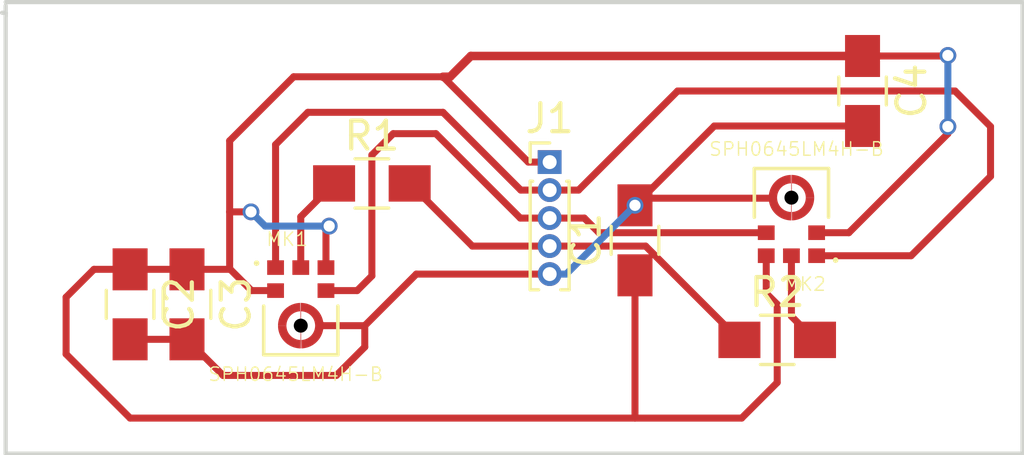
<source format=kicad_pcb>
(kicad_pcb (version 4) (host pcbnew 4.0.7-e1-6374~58~ubuntu17.04.1)

  (general
    (links 22)
    (no_connects 0)
    (area 154.178 101.346 181.018002 116.510936)
    (thickness 1.6)
    (drawings 6)
    (tracks 89)
    (zones 0)
    (modules 9)
    (nets 8)
  )

  (page A4)
  (layers
    (0 F.Cu signal)
    (31 B.Cu signal)
    (32 B.Adhes user)
    (33 F.Adhes user)
    (34 B.Paste user)
    (35 F.Paste user)
    (36 B.SilkS user)
    (37 F.SilkS user)
    (38 B.Mask user)
    (39 F.Mask user)
    (40 Dwgs.User user)
    (41 Cmts.User user)
    (42 Eco1.User user)
    (43 Eco2.User user)
    (44 Edge.Cuts user)
    (45 Margin user)
    (46 B.CrtYd user)
    (47 F.CrtYd user)
    (48 B.Fab user)
    (49 F.Fab user)
  )

  (setup
    (last_trace_width 0.3048)
    (trace_clearance 0.3556)
    (zone_clearance 0.508)
    (zone_45_only no)
    (trace_min 0.3048)
    (segment_width 0.2)
    (edge_width 0.15)
    (via_size 1.2)
    (via_drill 0.8)
    (via_min_size 1.2)
    (via_min_drill 0.8)
    (uvia_size 0.508)
    (uvia_drill 0.127)
    (uvias_allowed no)
    (uvia_min_size 0.508)
    (uvia_min_drill 0.127)
    (pcb_text_width 0.3)
    (pcb_text_size 1.5 1.5)
    (mod_edge_width 0.15)
    (mod_text_size 1 1)
    (mod_text_width 0.15)
    (pad_size 1.524 1.524)
    (pad_drill 0.762)
    (pad_to_mask_clearance 0.2)
    (aux_axis_origin 0 0)
    (visible_elements FFFFEF7F)
    (pcbplotparams
      (layerselection 0x00030_80000001)
      (usegerberextensions false)
      (excludeedgelayer true)
      (linewidth 0.100000)
      (plotframeref false)
      (viasonmask false)
      (mode 1)
      (useauxorigin false)
      (hpglpennumber 1)
      (hpglpenspeed 20)
      (hpglpendiameter 15)
      (hpglpenoverlay 2)
      (psnegative false)
      (psa4output false)
      (plotreference true)
      (plotvalue true)
      (plotinvisibletext false)
      (padsonsilk false)
      (subtractmaskfromsilk false)
      (outputformat 1)
      (mirror false)
      (drillshape 1)
      (scaleselection 1)
      (outputdirectory ""))
  )

  (net 0 "")
  (net 1 VCC)
  (net 2 GND)
  (net 3 /ws)
  (net 4 /bclk)
  (net 5 /data)
  (net 6 "Net-(MK1-Pad6)")
  (net 7 "Net-(MK2-Pad6)")

  (net_class Default "This is the default net class."
    (clearance 0.3556)
    (trace_width 0.3048)
    (via_dia 1.2)
    (via_drill 0.8)
    (uvia_dia 0.508)
    (uvia_drill 0.127)
    (add_net /bclk)
    (add_net /data)
    (add_net /ws)
    (add_net GND)
    (add_net "Net-(MK1-Pad6)")
    (add_net "Net-(MK2-Pad6)")
    (add_net VCC)
  )

  (module Capacitors_SMD:C_0805_HandSoldering (layer F.Cu) (tedit 58AA84A8) (tstamp 59B9B70F)
    (at 166.878 84.074 90)
    (descr "Capacitor SMD 0805, hand soldering")
    (tags "capacitor 0805")
    (path /59B96C5C)
    (attr smd)
    (fp_text reference C1 (at 0 -1.75 90) (layer F.SilkS)
      (effects (font (size 1 1) (thickness 0.15)))
    )
    (fp_text value C (at 0 1.75 90) (layer F.Fab)
      (effects (font (size 1 1) (thickness 0.15)))
    )
    (fp_text user %R (at 0 -1.75 90) (layer F.Fab)
      (effects (font (size 1 1) (thickness 0.15)))
    )
    (fp_line (start -1 0.62) (end -1 -0.62) (layer F.Fab) (width 0.1))
    (fp_line (start 1 0.62) (end -1 0.62) (layer F.Fab) (width 0.1))
    (fp_line (start 1 -0.62) (end 1 0.62) (layer F.Fab) (width 0.1))
    (fp_line (start -1 -0.62) (end 1 -0.62) (layer F.Fab) (width 0.1))
    (fp_line (start 0.5 -0.85) (end -0.5 -0.85) (layer F.SilkS) (width 0.12))
    (fp_line (start -0.5 0.85) (end 0.5 0.85) (layer F.SilkS) (width 0.12))
    (fp_line (start -2.25 -0.88) (end 2.25 -0.88) (layer F.CrtYd) (width 0.05))
    (fp_line (start -2.25 -0.88) (end -2.25 0.87) (layer F.CrtYd) (width 0.05))
    (fp_line (start 2.25 0.87) (end 2.25 -0.88) (layer F.CrtYd) (width 0.05))
    (fp_line (start 2.25 0.87) (end -2.25 0.87) (layer F.CrtYd) (width 0.05))
    (pad 1 smd rect (at -1.25 0 90) (size 1.5 1.25) (layers F.Cu F.Paste F.Mask)
      (net 1 VCC))
    (pad 2 smd rect (at 1.25 0 90) (size 1.5 1.25) (layers F.Cu F.Paste F.Mask)
      (net 2 GND))
    (model Capacitors_SMD.3dshapes/C_0805.wrl
      (at (xyz 0 0 0))
      (scale (xyz 1 1 1))
      (rotate (xyz 0 0 0))
    )
  )

  (module Capacitors_SMD:C_0805_HandSoldering (layer F.Cu) (tedit 58AA84A8) (tstamp 59B9B720)
    (at 148.844 86.36 270)
    (descr "Capacitor SMD 0805, hand soldering")
    (tags "capacitor 0805")
    (path /59B96D8B)
    (attr smd)
    (fp_text reference C2 (at 0 -1.75 270) (layer F.SilkS)
      (effects (font (size 1 1) (thickness 0.15)))
    )
    (fp_text value C (at 0 1.75 270) (layer F.Fab)
      (effects (font (size 1 1) (thickness 0.15)))
    )
    (fp_text user %R (at 0 -1.75 270) (layer F.Fab)
      (effects (font (size 1 1) (thickness 0.15)))
    )
    (fp_line (start -1 0.62) (end -1 -0.62) (layer F.Fab) (width 0.1))
    (fp_line (start 1 0.62) (end -1 0.62) (layer F.Fab) (width 0.1))
    (fp_line (start 1 -0.62) (end 1 0.62) (layer F.Fab) (width 0.1))
    (fp_line (start -1 -0.62) (end 1 -0.62) (layer F.Fab) (width 0.1))
    (fp_line (start 0.5 -0.85) (end -0.5 -0.85) (layer F.SilkS) (width 0.12))
    (fp_line (start -0.5 0.85) (end 0.5 0.85) (layer F.SilkS) (width 0.12))
    (fp_line (start -2.25 -0.88) (end 2.25 -0.88) (layer F.CrtYd) (width 0.05))
    (fp_line (start -2.25 -0.88) (end -2.25 0.87) (layer F.CrtYd) (width 0.05))
    (fp_line (start 2.25 0.87) (end 2.25 -0.88) (layer F.CrtYd) (width 0.05))
    (fp_line (start 2.25 0.87) (end -2.25 0.87) (layer F.CrtYd) (width 0.05))
    (pad 1 smd rect (at -1.25 0 270) (size 1.5 1.25) (layers F.Cu F.Paste F.Mask)
      (net 1 VCC))
    (pad 2 smd rect (at 1.25 0 270) (size 1.5 1.25) (layers F.Cu F.Paste F.Mask)
      (net 2 GND))
    (model Capacitors_SMD.3dshapes/C_0805.wrl
      (at (xyz 0 0 0))
      (scale (xyz 1 1 1))
      (rotate (xyz 0 0 0))
    )
  )

  (module Capacitors_SMD:C_0805_HandSoldering (layer F.Cu) (tedit 58AA84A8) (tstamp 59B9B731)
    (at 150.876 86.36 270)
    (descr "Capacitor SMD 0805, hand soldering")
    (tags "capacitor 0805")
    (path /59B96D46)
    (attr smd)
    (fp_text reference C3 (at 0 -1.75 270) (layer F.SilkS)
      (effects (font (size 1 1) (thickness 0.15)))
    )
    (fp_text value C (at 0 1.75 270) (layer F.Fab)
      (effects (font (size 1 1) (thickness 0.15)))
    )
    (fp_text user %R (at 0 -1.75 270) (layer F.Fab)
      (effects (font (size 1 1) (thickness 0.15)))
    )
    (fp_line (start -1 0.62) (end -1 -0.62) (layer F.Fab) (width 0.1))
    (fp_line (start 1 0.62) (end -1 0.62) (layer F.Fab) (width 0.1))
    (fp_line (start 1 -0.62) (end 1 0.62) (layer F.Fab) (width 0.1))
    (fp_line (start -1 -0.62) (end 1 -0.62) (layer F.Fab) (width 0.1))
    (fp_line (start 0.5 -0.85) (end -0.5 -0.85) (layer F.SilkS) (width 0.12))
    (fp_line (start -0.5 0.85) (end 0.5 0.85) (layer F.SilkS) (width 0.12))
    (fp_line (start -2.25 -0.88) (end 2.25 -0.88) (layer F.CrtYd) (width 0.05))
    (fp_line (start -2.25 -0.88) (end -2.25 0.87) (layer F.CrtYd) (width 0.05))
    (fp_line (start 2.25 0.87) (end 2.25 -0.88) (layer F.CrtYd) (width 0.05))
    (fp_line (start 2.25 0.87) (end -2.25 0.87) (layer F.CrtYd) (width 0.05))
    (pad 1 smd rect (at -1.25 0 270) (size 1.5 1.25) (layers F.Cu F.Paste F.Mask)
      (net 1 VCC))
    (pad 2 smd rect (at 1.25 0 270) (size 1.5 1.25) (layers F.Cu F.Paste F.Mask)
      (net 2 GND))
    (model Capacitors_SMD.3dshapes/C_0805.wrl
      (at (xyz 0 0 0))
      (scale (xyz 1 1 1))
      (rotate (xyz 0 0 0))
    )
  )

  (module Capacitors_SMD:C_0805_HandSoldering (layer F.Cu) (tedit 58AA84A8) (tstamp 59B9B742)
    (at 175.006 78.74 270)
    (descr "Capacitor SMD 0805, hand soldering")
    (tags "capacitor 0805")
    (path /59B96DD0)
    (attr smd)
    (fp_text reference C4 (at 0 -1.75 270) (layer F.SilkS)
      (effects (font (size 1 1) (thickness 0.15)))
    )
    (fp_text value C (at 0 1.75 270) (layer F.Fab)
      (effects (font (size 1 1) (thickness 0.15)))
    )
    (fp_text user %R (at 0 -1.75 270) (layer F.Fab)
      (effects (font (size 1 1) (thickness 0.15)))
    )
    (fp_line (start -1 0.62) (end -1 -0.62) (layer F.Fab) (width 0.1))
    (fp_line (start 1 0.62) (end -1 0.62) (layer F.Fab) (width 0.1))
    (fp_line (start 1 -0.62) (end 1 0.62) (layer F.Fab) (width 0.1))
    (fp_line (start -1 -0.62) (end 1 -0.62) (layer F.Fab) (width 0.1))
    (fp_line (start 0.5 -0.85) (end -0.5 -0.85) (layer F.SilkS) (width 0.12))
    (fp_line (start -0.5 0.85) (end 0.5 0.85) (layer F.SilkS) (width 0.12))
    (fp_line (start -2.25 -0.88) (end 2.25 -0.88) (layer F.CrtYd) (width 0.05))
    (fp_line (start -2.25 -0.88) (end -2.25 0.87) (layer F.CrtYd) (width 0.05))
    (fp_line (start 2.25 0.87) (end 2.25 -0.88) (layer F.CrtYd) (width 0.05))
    (fp_line (start 2.25 0.87) (end -2.25 0.87) (layer F.CrtYd) (width 0.05))
    (pad 1 smd rect (at -1.25 0 270) (size 1.5 1.25) (layers F.Cu F.Paste F.Mask)
      (net 1 VCC))
    (pad 2 smd rect (at 1.25 0 270) (size 1.5 1.25) (layers F.Cu F.Paste F.Mask)
      (net 2 GND))
    (model Capacitors_SMD.3dshapes/C_0805.wrl
      (at (xyz 0 0 0))
      (scale (xyz 1 1 1))
      (rotate (xyz 0 0 0))
    )
  )

  (module Pin_Headers:Pin_Header_Straight_1x05_Pitch1.00mm (layer F.Cu) (tedit 59899A66) (tstamp 59B9B75D)
    (at 163.83 81.28)
    (descr "Through hole straight pin header, 1x05, 1.00mm pitch, single row")
    (tags "Through hole pin header THT 1x05 1.00mm single row")
    (path /59B97BA7)
    (fp_text reference J1 (at 0 -1.56) (layer F.SilkS)
      (effects (font (size 1 1) (thickness 0.15)))
    )
    (fp_text value Conn_01x05 (at 0 5.56) (layer F.Fab)
      (effects (font (size 1 1) (thickness 0.15)))
    )
    (fp_line (start -0.3175 -0.5) (end 0.635 -0.5) (layer F.Fab) (width 0.1))
    (fp_line (start 0.635 -0.5) (end 0.635 4.5) (layer F.Fab) (width 0.1))
    (fp_line (start 0.635 4.5) (end -0.635 4.5) (layer F.Fab) (width 0.1))
    (fp_line (start -0.635 4.5) (end -0.635 -0.1825) (layer F.Fab) (width 0.1))
    (fp_line (start -0.635 -0.1825) (end -0.3175 -0.5) (layer F.Fab) (width 0.1))
    (fp_line (start -0.695 4.56) (end -0.394493 4.56) (layer F.SilkS) (width 0.12))
    (fp_line (start 0.394493 4.56) (end 0.695 4.56) (layer F.SilkS) (width 0.12))
    (fp_line (start -0.695 0.685) (end -0.695 4.56) (layer F.SilkS) (width 0.12))
    (fp_line (start 0.695 0.685) (end 0.695 4.56) (layer F.SilkS) (width 0.12))
    (fp_line (start -0.695 0.685) (end -0.608276 0.685) (layer F.SilkS) (width 0.12))
    (fp_line (start 0.608276 0.685) (end 0.695 0.685) (layer F.SilkS) (width 0.12))
    (fp_line (start -0.695 0) (end -0.695 -0.685) (layer F.SilkS) (width 0.12))
    (fp_line (start -0.695 -0.685) (end 0 -0.685) (layer F.SilkS) (width 0.12))
    (fp_line (start -1.15 -1) (end -1.15 5) (layer F.CrtYd) (width 0.05))
    (fp_line (start -1.15 5) (end 1.15 5) (layer F.CrtYd) (width 0.05))
    (fp_line (start 1.15 5) (end 1.15 -1) (layer F.CrtYd) (width 0.05))
    (fp_line (start 1.15 -1) (end -1.15 -1) (layer F.CrtYd) (width 0.05))
    (fp_text user %R (at 0 2 90) (layer F.Fab)
      (effects (font (size 0.76 0.76) (thickness 0.114)))
    )
    (pad 1 thru_hole rect (at 0 0) (size 0.85 0.85) (drill 0.5) (layers *.Cu *.Mask)
      (net 1 VCC))
    (pad 2 thru_hole oval (at 0 1) (size 0.85 0.85) (drill 0.5) (layers *.Cu *.Mask)
      (net 3 /ws))
    (pad 3 thru_hole oval (at 0 2) (size 0.85 0.85) (drill 0.5) (layers *.Cu *.Mask)
      (net 4 /bclk))
    (pad 4 thru_hole oval (at 0 3) (size 0.85 0.85) (drill 0.5) (layers *.Cu *.Mask)
      (net 5 /data))
    (pad 5 thru_hole oval (at 0 4) (size 0.85 0.85) (drill 0.5) (layers *.Cu *.Mask)
      (net 2 GND))
    (model ${KISYS3DMOD}/Pin_Headers.3dshapes/Pin_Header_Straight_1x05_Pitch1.00mm.wrl
      (at (xyz 0 0 0))
      (scale (xyz 1 1 1))
      (rotate (xyz 0 0 0))
    )
  )

  (module SPH0645LM4H-B:MIC_SPH0645LM4H-B (layer F.Cu) (tedit 0) (tstamp 59B9B77D)
    (at 154.94 87.122)
    (path /59B96B2A)
    (attr smd)
    (fp_text reference MK1 (at -0.486981 -3.08725) (layer F.SilkS)
      (effects (font (size 0.481161 0.481161) (thickness 0.05)))
    )
    (fp_text value SPH0645LM4H-B (at -0.18114 1.73657) (layer F.SilkS)
      (effects (font (size 0.48038 0.48038) (thickness 0.05)))
    )
    (fp_line (start 1.325 -0.7) (end 1.325 1.04) (layer F.SilkS) (width 0.127))
    (fp_line (start 1.325 1.04) (end -1.325 1.04) (layer F.SilkS) (width 0.127))
    (fp_line (start -1.325 1.04) (end -1.325 -0.7) (layer F.SilkS) (width 0.127))
    (fp_circle (center -1.578 -2.232) (end -1.528 -2.232) (layer F.SilkS) (width 0.1))
    (fp_line (start -1.325 -2.46) (end 1.325 -2.46) (layer Dwgs.User) (width 0.127))
    (fp_line (start 1.325 -2.46) (end 1.325 1.04) (layer Dwgs.User) (width 0.127))
    (fp_line (start 1.325 1.04) (end -1.325 1.04) (layer Dwgs.User) (width 0.127))
    (fp_line (start -1.325 1.04) (end -1.325 -2.46) (layer Dwgs.User) (width 0.127))
    (fp_line (start -1.651 -2.794) (end 1.651 -2.794) (layer Dwgs.User) (width 0.05))
    (fp_line (start 1.651 -2.794) (end 1.651 1.397) (layer Dwgs.User) (width 0.05))
    (fp_line (start 1.651 1.397) (end -1.651 1.397) (layer Dwgs.User) (width 0.05))
    (fp_line (start -1.651 1.397) (end -1.651 -2.794) (layer Dwgs.User) (width 0.05))
    (fp_circle (center 0 0) (end 0.9 0) (layer F.Mask) (width 0))
    (fp_poly (pts (xy 0 -0.5125) (xy 0 -0.8125) (xy 0.021271 0.8125) (xy 0.063765 0.810273)
      (xy 0.106084 0.805826) (xy 0.148112 0.799169) (xy 0.189735 0.790322) (xy 0.230837 0.779309)
      (xy 0.271306 0.76616) (xy 0.311032 0.750911) (xy 0.349906 0.733604) (xy 0.38782 0.714286)
      (xy 0.424671 0.69301) (xy 0.460359 0.669835) (xy 0.494784 0.644823) (xy 0.527854 0.618045)
      (xy 0.559476 0.589572) (xy 0.589565 0.559483) (xy 0.618038 0.527861) (xy 0.644817 0.494792)
      (xy 0.669829 0.460367) (xy 0.693005 0.42468) (xy 0.714281 0.387829) (xy 0.7336 0.349915)
      (xy 0.750907 0.311041) (xy 0.766157 0.271316) (xy 0.779307 0.230846) (xy 0.79032 0.189744)
      (xy 0.799167 0.148122) (xy 0.805824 0.106094) (xy 0.810272 0.063775) (xy 0.8125 0.021281)
      (xy 0.8125 0) (xy 0.5125 0) (xy 0.5125 0.013417) (xy 0.511095 0.040221)
      (xy 0.50829 0.066915) (xy 0.504091 0.093425) (xy 0.498511 0.119679) (xy 0.491564 0.145605)
      (xy 0.48327 0.171132) (xy 0.473652 0.19619) (xy 0.462735 0.22071) (xy 0.45055 0.244625)
      (xy 0.437129 0.26787) (xy 0.422511 0.29038) (xy 0.406735 0.312095) (xy 0.389844 0.332954)
      (xy 0.371884 0.3529) (xy 0.352905 0.37188) (xy 0.332958 0.38984) (xy 0.3121 0.406731)
      (xy 0.290385 0.422508) (xy 0.267875 0.437126) (xy 0.24463 0.450547) (xy 0.220715 0.462732)
      (xy 0.196195 0.473649) (xy 0.171138 0.483268) (xy 0.145611 0.491563) (xy 0.119685 0.49851)
      (xy 0.093431 0.50409) (xy 0.066921 0.508289) (xy 0.040227 0.511095) (xy 0.013423 0.5125)) (layer F.Cu) (width 0.001))
    (fp_poly (pts (xy -0.5125 0) (xy -0.8125 0) (xy -0.8125 0.021271) (xy -0.810273 0.063765)
      (xy -0.805826 0.106084) (xy -0.799169 0.148112) (xy -0.790322 0.189735) (xy -0.779309 0.230837)
      (xy -0.76616 0.271306) (xy -0.750911 0.311032) (xy -0.733604 0.349906) (xy -0.714286 0.38782)
      (xy -0.69301 0.424671) (xy -0.669835 0.460359) (xy -0.644823 0.494784) (xy -0.618045 0.527854)
      (xy -0.589572 0.559476) (xy -0.559483 0.589565) (xy -0.527861 0.618038) (xy -0.494792 0.644817)
      (xy -0.460367 0.669829) (xy -0.42468 0.693005) (xy -0.387829 0.714281) (xy -0.349915 0.7336)
      (xy -0.311041 0.750907) (xy -0.271316 0.766157) (xy -0.230846 0.779307) (xy -0.189744 0.79032)
      (xy -0.148122 0.799167) (xy -0.106094 0.805824) (xy -0.063775 0.810272) (xy -0.021281 0.8125)
      (xy 0 0.8125) (xy 0 -0.5125) (xy -0.013417 0.5125) (xy -0.040221 0.511095)
      (xy -0.066915 0.50829) (xy -0.093425 0.504091) (xy -0.119679 0.498511) (xy -0.145605 0.491564)
      (xy -0.171132 0.48327) (xy -0.19619 0.473652) (xy -0.22071 0.462735) (xy -0.244625 0.45055)
      (xy -0.26787 0.437129) (xy -0.29038 0.422511) (xy -0.312095 0.406735) (xy -0.332954 0.389844)
      (xy -0.3529 0.371884) (xy -0.37188 0.352905) (xy -0.38984 0.332958) (xy -0.406731 0.3121)
      (xy -0.422508 0.290385) (xy -0.437126 0.267875) (xy -0.450547 0.24463) (xy -0.462732 0.220715)
      (xy -0.473649 0.196195) (xy -0.483268 0.171138) (xy -0.491563 0.145611) (xy -0.49851 0.119685)
      (xy -0.50409 0.093431) (xy -0.508289 0.066921) (xy -0.511095 0.040227) (xy -0.5125 0.013423)) (layer F.Cu) (width 0.001))
    (fp_poly (pts (xy 0 0.5125) (xy 0 0.8125) (xy -0.021271 -0.8125) (xy -0.063765 -0.810273)
      (xy -0.106084 -0.805826) (xy -0.148112 -0.799169) (xy -0.189735 -0.790322) (xy -0.230837 -0.779309)
      (xy -0.271306 -0.76616) (xy -0.311032 -0.750911) (xy -0.349906 -0.733604) (xy -0.38782 -0.714286)
      (xy -0.424671 -0.69301) (xy -0.460359 -0.669835) (xy -0.494784 -0.644823) (xy -0.527854 -0.618045)
      (xy -0.559476 -0.589572) (xy -0.589565 -0.559483) (xy -0.618038 -0.527861) (xy -0.644817 -0.494792)
      (xy -0.669829 -0.460367) (xy -0.693005 -0.42468) (xy -0.714281 -0.387829) (xy -0.7336 -0.349915)
      (xy -0.750907 -0.311041) (xy -0.766157 -0.271316) (xy -0.779307 -0.230846) (xy -0.79032 -0.189744)
      (xy -0.799167 -0.148122) (xy -0.805824 -0.106094) (xy -0.810272 -0.063775) (xy -0.8125 -0.021281)
      (xy -0.8125 0) (xy -0.5125 0) (xy -0.5125 -0.013417) (xy -0.511095 -0.040221)
      (xy -0.50829 -0.066915) (xy -0.504091 -0.093425) (xy -0.498511 -0.119679) (xy -0.491564 -0.145605)
      (xy -0.48327 -0.171132) (xy -0.473652 -0.19619) (xy -0.462735 -0.22071) (xy -0.45055 -0.244625)
      (xy -0.437129 -0.26787) (xy -0.422511 -0.29038) (xy -0.406735 -0.312095) (xy -0.389844 -0.332954)
      (xy -0.371884 -0.3529) (xy -0.352905 -0.37188) (xy -0.332958 -0.38984) (xy -0.3121 -0.406731)
      (xy -0.290385 -0.422508) (xy -0.267875 -0.437126) (xy -0.24463 -0.450547) (xy -0.220715 -0.462732)
      (xy -0.196195 -0.473649) (xy -0.171138 -0.483268) (xy -0.145611 -0.491563) (xy -0.119685 -0.49851)
      (xy -0.093431 -0.50409) (xy -0.066921 -0.508289) (xy -0.040227 -0.511095) (xy -0.013423 -0.5125)) (layer F.Cu) (width 0.001))
    (fp_poly (pts (xy 0.5125 0) (xy 0.8125 0) (xy 0.8125 -0.021271) (xy 0.810273 -0.063765)
      (xy 0.805826 -0.106084) (xy 0.799169 -0.148112) (xy 0.790322 -0.189735) (xy 0.779309 -0.230837)
      (xy 0.76616 -0.271306) (xy 0.750911 -0.311032) (xy 0.733604 -0.349906) (xy 0.714286 -0.38782)
      (xy 0.69301 -0.424671) (xy 0.669835 -0.460359) (xy 0.644823 -0.494784) (xy 0.618045 -0.527854)
      (xy 0.589572 -0.559476) (xy 0.559483 -0.589565) (xy 0.527861 -0.618038) (xy 0.494792 -0.644817)
      (xy 0.460367 -0.669829) (xy 0.42468 -0.693005) (xy 0.387829 -0.714281) (xy 0.349915 -0.7336)
      (xy 0.311041 -0.750907) (xy 0.271316 -0.766157) (xy 0.230846 -0.779307) (xy 0.189744 -0.79032)
      (xy 0.148122 -0.799167) (xy 0.106094 -0.805824) (xy 0.063775 -0.810272) (xy 0.021281 -0.8125)
      (xy 0 -0.8125) (xy 0 0.5125) (xy 0.013417 -0.5125) (xy 0.040221 -0.511095)
      (xy 0.066915 -0.50829) (xy 0.093425 -0.504091) (xy 0.119679 -0.498511) (xy 0.145605 -0.491564)
      (xy 0.171132 -0.48327) (xy 0.19619 -0.473652) (xy 0.22071 -0.462735) (xy 0.244625 -0.45055)
      (xy 0.26787 -0.437129) (xy 0.29038 -0.422511) (xy 0.312095 -0.406735) (xy 0.332954 -0.389844)
      (xy 0.3529 -0.371884) (xy 0.37188 -0.352905) (xy 0.38984 -0.332958) (xy 0.406731 -0.3121)
      (xy 0.422508 -0.290385) (xy 0.437126 -0.267875) (xy 0.450547 -0.24463) (xy 0.462732 -0.220715)
      (xy 0.473649 -0.196195) (xy 0.483268 -0.171138) (xy 0.491563 -0.145611) (xy 0.49851 -0.119685)
      (xy 0.50409 -0.093431) (xy 0.508289 -0.066921) (xy 0.511095 -0.040227) (xy 0.5125 -0.013423)) (layer F.Cu) (width 0.001))
    (fp_poly (pts (xy -0.385 -0.53) (xy -0.285 -0.43) (xy -0.23 -0.465) (xy -0.12 -0.505)
      (xy -0.12 -0.51) (xy -0.11 -0.505) (xy -0.005 -0.52) (xy 0.005 -0.523603)
      (xy 0.005 -0.52) (xy 0.125 -0.505) (xy 0.224609 -0.461537) (xy 0.292666 -0.426172)
      (xy 0.39 -0.525) (xy 0.505 -0.635) (xy 0.41 -0.7) (xy 0.31 -0.75)
      (xy 0.22 -0.78) (xy 0.14 -0.8) (xy 0 -0.81) (xy -0.160191 -0.796203)
      (xy -0.31 -0.75) (xy -0.4 -0.705) (xy -0.499766 -0.640309)) (layer F.Paste) (width 0.001))
    (fp_poly (pts (xy -0.53 0.38) (xy -0.425 0.28) (xy -0.46 0.23) (xy -0.5 0.12)
      (xy -0.513603 0) (xy -0.5 -0.12) (xy -0.461537 -0.224609) (xy -0.426172 -0.287666)
      (xy -0.525 -0.385) (xy -0.64 -0.5) (xy -0.705 -0.405) (xy -0.75 -0.31)
      (xy -0.78 -0.22) (xy -0.8 -0.14) (xy -0.81 0) (xy -0.796203 0.160191)
      (xy -0.75 0.31) (xy -0.69 0.425) (xy -0.645309 0.494766)) (layer F.Paste) (width 0.001))
    (fp_poly (pts (xy 0.385 0.53) (xy 0.28 0.425) (xy 0.23 0.46) (xy 0.12 0.5)
      (xy 0 0.513603) (xy -0.12 0.5) (xy -0.224609 0.461537) (xy -0.282666 0.421172)
      (xy -0.38 0.52) (xy -0.5 0.64) (xy -0.405 0.705) (xy -0.31 0.75)
      (xy -0.23 0.78) (xy -0.14 0.8) (xy -0.06 0.81) (xy 0.065 0.81)
      (xy 0.160191 0.796203) (xy 0.235 0.78) (xy 0.31 0.75) (xy 0.405 0.705)
      (xy 0.499766 0.640309)) (layer F.Paste) (width 0.001))
    (fp_poly (pts (xy 0.53 -0.375) (xy 0.435 -0.28) (xy 0.46 -0.23) (xy 0.485 -0.175)
      (xy 0.5 -0.12) (xy 0.51 -0.06) (xy 0.513603 0) (xy 0.5 0.12)
      (xy 0.461537 0.224609) (xy 0.426172 0.282666) (xy 0.525 0.385) (xy 0.64 0.5)
      (xy 0.7 0.41) (xy 0.75 0.31) (xy 0.78 0.23) (xy 0.8 0.14)
      (xy 0.81 0) (xy 0.796203 -0.160191) (xy 0.75 -0.31) (xy 0.7 -0.415)
      (xy 0.645309 -0.489766)) (layer F.Paste) (width 0.001))
    (pad 2 smd rect (at -0.9 -1.252) (size 0.6 0.522) (layers F.Cu F.Paste F.Mask)
      (net 1 VCC))
    (pad 1 smd rect (at -0.9 -2.074) (size 0.6 0.522) (layers F.Cu F.Paste F.Mask)
      (net 3 /ws))
    (pad 6 smd rect (at 0 -2.074) (size 0.6 0.522) (layers F.Cu F.Paste F.Mask)
      (net 6 "Net-(MK1-Pad6)"))
    (pad 5 smd rect (at 0.9 -2.074) (size 0.6 0.522) (layers F.Cu F.Paste F.Mask)
      (net 1 VCC))
    (pad 4 smd rect (at 0.9 -1.252) (size 0.6 0.522) (layers F.Cu F.Paste F.Mask)
      (net 4 /bclk))
    (pad 3 smd rect (at 0.65 -0.02) (size 0.1 0.1) (layers F.Cu F.Paste F.Mask)
      (net 2 GND))
    (pad Hole np_thru_hole circle (at 0 0) (size 0.5 0.5) (drill 0.5) (layers))
  )

  (module SPH0645LM4H-B:MIC_SPH0645LM4H-B (layer F.Cu) (tedit 0) (tstamp 59B9B79D)
    (at 172.466 82.55 180)
    (path /59B96BB8)
    (attr smd)
    (fp_text reference MK2 (at -0.486981 -3.08725 180) (layer F.SilkS)
      (effects (font (size 0.481161 0.481161) (thickness 0.05)))
    )
    (fp_text value SPH0645LM4H-B (at -0.18114 1.73657 180) (layer F.SilkS)
      (effects (font (size 0.48038 0.48038) (thickness 0.05)))
    )
    (fp_line (start 1.325 -0.7) (end 1.325 1.04) (layer F.SilkS) (width 0.127))
    (fp_line (start 1.325 1.04) (end -1.325 1.04) (layer F.SilkS) (width 0.127))
    (fp_line (start -1.325 1.04) (end -1.325 -0.7) (layer F.SilkS) (width 0.127))
    (fp_circle (center -1.578 -2.232) (end -1.528 -2.232) (layer F.SilkS) (width 0.1))
    (fp_line (start -1.325 -2.46) (end 1.325 -2.46) (layer Dwgs.User) (width 0.127))
    (fp_line (start 1.325 -2.46) (end 1.325 1.04) (layer Dwgs.User) (width 0.127))
    (fp_line (start 1.325 1.04) (end -1.325 1.04) (layer Dwgs.User) (width 0.127))
    (fp_line (start -1.325 1.04) (end -1.325 -2.46) (layer Dwgs.User) (width 0.127))
    (fp_line (start -1.651 -2.794) (end 1.651 -2.794) (layer Dwgs.User) (width 0.05))
    (fp_line (start 1.651 -2.794) (end 1.651 1.397) (layer Dwgs.User) (width 0.05))
    (fp_line (start 1.651 1.397) (end -1.651 1.397) (layer Dwgs.User) (width 0.05))
    (fp_line (start -1.651 1.397) (end -1.651 -2.794) (layer Dwgs.User) (width 0.05))
    (fp_circle (center 0 0) (end 0.9 0) (layer F.Mask) (width 0))
    (fp_poly (pts (xy 0 -0.5125) (xy 0 -0.8125) (xy 0.021271 0.8125) (xy 0.063765 0.810273)
      (xy 0.106084 0.805826) (xy 0.148112 0.799169) (xy 0.189735 0.790322) (xy 0.230837 0.779309)
      (xy 0.271306 0.76616) (xy 0.311032 0.750911) (xy 0.349906 0.733604) (xy 0.38782 0.714286)
      (xy 0.424671 0.69301) (xy 0.460359 0.669835) (xy 0.494784 0.644823) (xy 0.527854 0.618045)
      (xy 0.559476 0.589572) (xy 0.589565 0.559483) (xy 0.618038 0.527861) (xy 0.644817 0.494792)
      (xy 0.669829 0.460367) (xy 0.693005 0.42468) (xy 0.714281 0.387829) (xy 0.7336 0.349915)
      (xy 0.750907 0.311041) (xy 0.766157 0.271316) (xy 0.779307 0.230846) (xy 0.79032 0.189744)
      (xy 0.799167 0.148122) (xy 0.805824 0.106094) (xy 0.810272 0.063775) (xy 0.8125 0.021281)
      (xy 0.8125 0) (xy 0.5125 0) (xy 0.5125 0.013417) (xy 0.511095 0.040221)
      (xy 0.50829 0.066915) (xy 0.504091 0.093425) (xy 0.498511 0.119679) (xy 0.491564 0.145605)
      (xy 0.48327 0.171132) (xy 0.473652 0.19619) (xy 0.462735 0.22071) (xy 0.45055 0.244625)
      (xy 0.437129 0.26787) (xy 0.422511 0.29038) (xy 0.406735 0.312095) (xy 0.389844 0.332954)
      (xy 0.371884 0.3529) (xy 0.352905 0.37188) (xy 0.332958 0.38984) (xy 0.3121 0.406731)
      (xy 0.290385 0.422508) (xy 0.267875 0.437126) (xy 0.24463 0.450547) (xy 0.220715 0.462732)
      (xy 0.196195 0.473649) (xy 0.171138 0.483268) (xy 0.145611 0.491563) (xy 0.119685 0.49851)
      (xy 0.093431 0.50409) (xy 0.066921 0.508289) (xy 0.040227 0.511095) (xy 0.013423 0.5125)) (layer F.Cu) (width 0.001))
    (fp_poly (pts (xy -0.5125 0) (xy -0.8125 0) (xy -0.8125 0.021271) (xy -0.810273 0.063765)
      (xy -0.805826 0.106084) (xy -0.799169 0.148112) (xy -0.790322 0.189735) (xy -0.779309 0.230837)
      (xy -0.76616 0.271306) (xy -0.750911 0.311032) (xy -0.733604 0.349906) (xy -0.714286 0.38782)
      (xy -0.69301 0.424671) (xy -0.669835 0.460359) (xy -0.644823 0.494784) (xy -0.618045 0.527854)
      (xy -0.589572 0.559476) (xy -0.559483 0.589565) (xy -0.527861 0.618038) (xy -0.494792 0.644817)
      (xy -0.460367 0.669829) (xy -0.42468 0.693005) (xy -0.387829 0.714281) (xy -0.349915 0.7336)
      (xy -0.311041 0.750907) (xy -0.271316 0.766157) (xy -0.230846 0.779307) (xy -0.189744 0.79032)
      (xy -0.148122 0.799167) (xy -0.106094 0.805824) (xy -0.063775 0.810272) (xy -0.021281 0.8125)
      (xy 0 0.8125) (xy 0 -0.5125) (xy -0.013417 0.5125) (xy -0.040221 0.511095)
      (xy -0.066915 0.50829) (xy -0.093425 0.504091) (xy -0.119679 0.498511) (xy -0.145605 0.491564)
      (xy -0.171132 0.48327) (xy -0.19619 0.473652) (xy -0.22071 0.462735) (xy -0.244625 0.45055)
      (xy -0.26787 0.437129) (xy -0.29038 0.422511) (xy -0.312095 0.406735) (xy -0.332954 0.389844)
      (xy -0.3529 0.371884) (xy -0.37188 0.352905) (xy -0.38984 0.332958) (xy -0.406731 0.3121)
      (xy -0.422508 0.290385) (xy -0.437126 0.267875) (xy -0.450547 0.24463) (xy -0.462732 0.220715)
      (xy -0.473649 0.196195) (xy -0.483268 0.171138) (xy -0.491563 0.145611) (xy -0.49851 0.119685)
      (xy -0.50409 0.093431) (xy -0.508289 0.066921) (xy -0.511095 0.040227) (xy -0.5125 0.013423)) (layer F.Cu) (width 0.001))
    (fp_poly (pts (xy 0 0.5125) (xy 0 0.8125) (xy -0.021271 -0.8125) (xy -0.063765 -0.810273)
      (xy -0.106084 -0.805826) (xy -0.148112 -0.799169) (xy -0.189735 -0.790322) (xy -0.230837 -0.779309)
      (xy -0.271306 -0.76616) (xy -0.311032 -0.750911) (xy -0.349906 -0.733604) (xy -0.38782 -0.714286)
      (xy -0.424671 -0.69301) (xy -0.460359 -0.669835) (xy -0.494784 -0.644823) (xy -0.527854 -0.618045)
      (xy -0.559476 -0.589572) (xy -0.589565 -0.559483) (xy -0.618038 -0.527861) (xy -0.644817 -0.494792)
      (xy -0.669829 -0.460367) (xy -0.693005 -0.42468) (xy -0.714281 -0.387829) (xy -0.7336 -0.349915)
      (xy -0.750907 -0.311041) (xy -0.766157 -0.271316) (xy -0.779307 -0.230846) (xy -0.79032 -0.189744)
      (xy -0.799167 -0.148122) (xy -0.805824 -0.106094) (xy -0.810272 -0.063775) (xy -0.8125 -0.021281)
      (xy -0.8125 0) (xy -0.5125 0) (xy -0.5125 -0.013417) (xy -0.511095 -0.040221)
      (xy -0.50829 -0.066915) (xy -0.504091 -0.093425) (xy -0.498511 -0.119679) (xy -0.491564 -0.145605)
      (xy -0.48327 -0.171132) (xy -0.473652 -0.19619) (xy -0.462735 -0.22071) (xy -0.45055 -0.244625)
      (xy -0.437129 -0.26787) (xy -0.422511 -0.29038) (xy -0.406735 -0.312095) (xy -0.389844 -0.332954)
      (xy -0.371884 -0.3529) (xy -0.352905 -0.37188) (xy -0.332958 -0.38984) (xy -0.3121 -0.406731)
      (xy -0.290385 -0.422508) (xy -0.267875 -0.437126) (xy -0.24463 -0.450547) (xy -0.220715 -0.462732)
      (xy -0.196195 -0.473649) (xy -0.171138 -0.483268) (xy -0.145611 -0.491563) (xy -0.119685 -0.49851)
      (xy -0.093431 -0.50409) (xy -0.066921 -0.508289) (xy -0.040227 -0.511095) (xy -0.013423 -0.5125)) (layer F.Cu) (width 0.001))
    (fp_poly (pts (xy 0.5125 0) (xy 0.8125 0) (xy 0.8125 -0.021271) (xy 0.810273 -0.063765)
      (xy 0.805826 -0.106084) (xy 0.799169 -0.148112) (xy 0.790322 -0.189735) (xy 0.779309 -0.230837)
      (xy 0.76616 -0.271306) (xy 0.750911 -0.311032) (xy 0.733604 -0.349906) (xy 0.714286 -0.38782)
      (xy 0.69301 -0.424671) (xy 0.669835 -0.460359) (xy 0.644823 -0.494784) (xy 0.618045 -0.527854)
      (xy 0.589572 -0.559476) (xy 0.559483 -0.589565) (xy 0.527861 -0.618038) (xy 0.494792 -0.644817)
      (xy 0.460367 -0.669829) (xy 0.42468 -0.693005) (xy 0.387829 -0.714281) (xy 0.349915 -0.7336)
      (xy 0.311041 -0.750907) (xy 0.271316 -0.766157) (xy 0.230846 -0.779307) (xy 0.189744 -0.79032)
      (xy 0.148122 -0.799167) (xy 0.106094 -0.805824) (xy 0.063775 -0.810272) (xy 0.021281 -0.8125)
      (xy 0 -0.8125) (xy 0 0.5125) (xy 0.013417 -0.5125) (xy 0.040221 -0.511095)
      (xy 0.066915 -0.50829) (xy 0.093425 -0.504091) (xy 0.119679 -0.498511) (xy 0.145605 -0.491564)
      (xy 0.171132 -0.48327) (xy 0.19619 -0.473652) (xy 0.22071 -0.462735) (xy 0.244625 -0.45055)
      (xy 0.26787 -0.437129) (xy 0.29038 -0.422511) (xy 0.312095 -0.406735) (xy 0.332954 -0.389844)
      (xy 0.3529 -0.371884) (xy 0.37188 -0.352905) (xy 0.38984 -0.332958) (xy 0.406731 -0.3121)
      (xy 0.422508 -0.290385) (xy 0.437126 -0.267875) (xy 0.450547 -0.24463) (xy 0.462732 -0.220715)
      (xy 0.473649 -0.196195) (xy 0.483268 -0.171138) (xy 0.491563 -0.145611) (xy 0.49851 -0.119685)
      (xy 0.50409 -0.093431) (xy 0.508289 -0.066921) (xy 0.511095 -0.040227) (xy 0.5125 -0.013423)) (layer F.Cu) (width 0.001))
    (fp_poly (pts (xy -0.385 -0.53) (xy -0.285 -0.43) (xy -0.23 -0.465) (xy -0.12 -0.505)
      (xy -0.12 -0.51) (xy -0.11 -0.505) (xy -0.005 -0.52) (xy 0.005 -0.523603)
      (xy 0.005 -0.52) (xy 0.125 -0.505) (xy 0.224609 -0.461537) (xy 0.292666 -0.426172)
      (xy 0.39 -0.525) (xy 0.505 -0.635) (xy 0.41 -0.7) (xy 0.31 -0.75)
      (xy 0.22 -0.78) (xy 0.14 -0.8) (xy 0 -0.81) (xy -0.160191 -0.796203)
      (xy -0.31 -0.75) (xy -0.4 -0.705) (xy -0.499766 -0.640309)) (layer F.Paste) (width 0.001))
    (fp_poly (pts (xy -0.53 0.38) (xy -0.425 0.28) (xy -0.46 0.23) (xy -0.5 0.12)
      (xy -0.513603 0) (xy -0.5 -0.12) (xy -0.461537 -0.224609) (xy -0.426172 -0.287666)
      (xy -0.525 -0.385) (xy -0.64 -0.5) (xy -0.705 -0.405) (xy -0.75 -0.31)
      (xy -0.78 -0.22) (xy -0.8 -0.14) (xy -0.81 0) (xy -0.796203 0.160191)
      (xy -0.75 0.31) (xy -0.69 0.425) (xy -0.645309 0.494766)) (layer F.Paste) (width 0.001))
    (fp_poly (pts (xy 0.385 0.53) (xy 0.28 0.425) (xy 0.23 0.46) (xy 0.12 0.5)
      (xy 0 0.513603) (xy -0.12 0.5) (xy -0.224609 0.461537) (xy -0.282666 0.421172)
      (xy -0.38 0.52) (xy -0.5 0.64) (xy -0.405 0.705) (xy -0.31 0.75)
      (xy -0.23 0.78) (xy -0.14 0.8) (xy -0.06 0.81) (xy 0.065 0.81)
      (xy 0.160191 0.796203) (xy 0.235 0.78) (xy 0.31 0.75) (xy 0.405 0.705)
      (xy 0.499766 0.640309)) (layer F.Paste) (width 0.001))
    (fp_poly (pts (xy 0.53 -0.375) (xy 0.435 -0.28) (xy 0.46 -0.23) (xy 0.485 -0.175)
      (xy 0.5 -0.12) (xy 0.51 -0.06) (xy 0.513603 0) (xy 0.5 0.12)
      (xy 0.461537 0.224609) (xy 0.426172 0.282666) (xy 0.525 0.385) (xy 0.64 0.5)
      (xy 0.7 0.41) (xy 0.75 0.31) (xy 0.78 0.23) (xy 0.8 0.14)
      (xy 0.81 0) (xy 0.796203 -0.160191) (xy 0.75 -0.31) (xy 0.7 -0.415)
      (xy 0.645309 -0.489766)) (layer F.Paste) (width 0.001))
    (pad 2 smd rect (at -0.9 -1.252 180) (size 0.6 0.522) (layers F.Cu F.Paste F.Mask)
      (net 1 VCC))
    (pad 1 smd rect (at -0.9 -2.074 180) (size 0.6 0.522) (layers F.Cu F.Paste F.Mask)
      (net 3 /ws))
    (pad 6 smd rect (at 0 -2.074 180) (size 0.6 0.522) (layers F.Cu F.Paste F.Mask)
      (net 7 "Net-(MK2-Pad6)"))
    (pad 5 smd rect (at 0.9 -2.074 180) (size 0.6 0.522) (layers F.Cu F.Paste F.Mask)
      (net 1 VCC))
    (pad 4 smd rect (at 0.9 -1.252 180) (size 0.6 0.522) (layers F.Cu F.Paste F.Mask)
      (net 4 /bclk))
    (pad 3 smd rect (at 0.65 -0.02 180) (size 0.1 0.1) (layers F.Cu F.Paste F.Mask)
      (net 2 GND))
    (pad Hole np_thru_hole circle (at 0 0 180) (size 0.5 0.5) (drill 0.5) (layers))
  )

  (module Resistors_SMD:R_0805_HandSoldering (layer F.Cu) (tedit 58E0A804) (tstamp 59B9B7AE)
    (at 157.48 82.042)
    (descr "Resistor SMD 0805, hand soldering")
    (tags "resistor 0805")
    (path /59B97992)
    (attr smd)
    (fp_text reference R1 (at 0 -1.7) (layer F.SilkS)
      (effects (font (size 1 1) (thickness 0.15)))
    )
    (fp_text value R (at 0 1.75) (layer F.Fab)
      (effects (font (size 1 1) (thickness 0.15)))
    )
    (fp_text user %R (at 0 0) (layer F.Fab)
      (effects (font (size 0.5 0.5) (thickness 0.075)))
    )
    (fp_line (start -1 0.62) (end -1 -0.62) (layer F.Fab) (width 0.1))
    (fp_line (start 1 0.62) (end -1 0.62) (layer F.Fab) (width 0.1))
    (fp_line (start 1 -0.62) (end 1 0.62) (layer F.Fab) (width 0.1))
    (fp_line (start -1 -0.62) (end 1 -0.62) (layer F.Fab) (width 0.1))
    (fp_line (start 0.6 0.88) (end -0.6 0.88) (layer F.SilkS) (width 0.12))
    (fp_line (start -0.6 -0.88) (end 0.6 -0.88) (layer F.SilkS) (width 0.12))
    (fp_line (start -2.35 -0.9) (end 2.35 -0.9) (layer F.CrtYd) (width 0.05))
    (fp_line (start -2.35 -0.9) (end -2.35 0.9) (layer F.CrtYd) (width 0.05))
    (fp_line (start 2.35 0.9) (end 2.35 -0.9) (layer F.CrtYd) (width 0.05))
    (fp_line (start 2.35 0.9) (end -2.35 0.9) (layer F.CrtYd) (width 0.05))
    (pad 1 smd rect (at -1.35 0) (size 1.5 1.3) (layers F.Cu F.Paste F.Mask)
      (net 6 "Net-(MK1-Pad6)"))
    (pad 2 smd rect (at 1.35 0) (size 1.5 1.3) (layers F.Cu F.Paste F.Mask)
      (net 5 /data))
    (model ${KISYS3DMOD}/Resistors_SMD.3dshapes/R_0805.wrl
      (at (xyz 0 0 0))
      (scale (xyz 1 1 1))
      (rotate (xyz 0 0 0))
    )
  )

  (module Resistors_SMD:R_0805_HandSoldering (layer F.Cu) (tedit 58E0A804) (tstamp 59B9B7BF)
    (at 171.958 87.63)
    (descr "Resistor SMD 0805, hand soldering")
    (tags "resistor 0805")
    (path /59B97A50)
    (attr smd)
    (fp_text reference R2 (at 0 -1.7) (layer F.SilkS)
      (effects (font (size 1 1) (thickness 0.15)))
    )
    (fp_text value R (at 0 1.75) (layer F.Fab)
      (effects (font (size 1 1) (thickness 0.15)))
    )
    (fp_text user %R (at 0 0) (layer F.Fab)
      (effects (font (size 0.5 0.5) (thickness 0.075)))
    )
    (fp_line (start -1 0.62) (end -1 -0.62) (layer F.Fab) (width 0.1))
    (fp_line (start 1 0.62) (end -1 0.62) (layer F.Fab) (width 0.1))
    (fp_line (start 1 -0.62) (end 1 0.62) (layer F.Fab) (width 0.1))
    (fp_line (start -1 -0.62) (end 1 -0.62) (layer F.Fab) (width 0.1))
    (fp_line (start 0.6 0.88) (end -0.6 0.88) (layer F.SilkS) (width 0.12))
    (fp_line (start -0.6 -0.88) (end 0.6 -0.88) (layer F.SilkS) (width 0.12))
    (fp_line (start -2.35 -0.9) (end 2.35 -0.9) (layer F.CrtYd) (width 0.05))
    (fp_line (start -2.35 -0.9) (end -2.35 0.9) (layer F.CrtYd) (width 0.05))
    (fp_line (start 2.35 0.9) (end 2.35 -0.9) (layer F.CrtYd) (width 0.05))
    (fp_line (start 2.35 0.9) (end -2.35 0.9) (layer F.CrtYd) (width 0.05))
    (pad 1 smd rect (at -1.35 0) (size 1.5 1.3) (layers F.Cu F.Paste F.Mask)
      (net 5 /data))
    (pad 2 smd rect (at 1.35 0) (size 1.5 1.3) (layers F.Cu F.Paste F.Mask)
      (net 7 "Net-(MK2-Pad6)"))
    (model ${KISYS3DMOD}/Resistors_SMD.3dshapes/R_0805.wrl
      (at (xyz 0 0 0))
      (scale (xyz 1 1 1))
      (rotate (xyz 0 0 0))
    )
  )

  (gr_line (start 144.399 76.073) (end 144.399 75.692) (angle 90) (layer Edge.Cuts) (width 0.15))
  (gr_line (start 144.399 75.946) (end 144.272 75.946) (angle 90) (layer Edge.Cuts) (width 0.15))
  (gr_line (start 144.399 91.694) (end 144.399 75.946) (angle 90) (layer Edge.Cuts) (width 0.15))
  (gr_line (start 180.721 91.694) (end 144.399 91.694) (angle 90) (layer Edge.Cuts) (width 0.15))
  (gr_line (start 180.721 75.565) (end 180.721 91.694) (angle 90) (layer Edge.Cuts) (width 0.15))
  (gr_line (start 144.399 75.565) (end 180.721 75.565) (angle 90) (layer Edge.Cuts) (width 0.15))

  (segment (start 173.366 83.802) (end 174.516 83.802) (width 0.25) (layer F.Cu) (net 1) (status 400000))
  (segment (start 178.034 77.49) (end 175.006 77.49) (width 0.25) (layer F.Cu) (net 1) (tstamp 59B9D471) (status 800000))
  (segment (start 178.054 77.47) (end 178.034 77.49) (width 0.25) (layer F.Cu) (net 1) (tstamp 59B9D470))
  (via (at 178.054 77.47) (size 0.6) (drill 0.4) (layers F.Cu B.Cu) (net 1))
  (segment (start 178.054 80.01) (end 178.054 77.47) (width 0.25) (layer B.Cu) (net 1) (tstamp 59B9D46C))
  (via (at 178.054 80.01) (size 0.6) (drill 0.4) (layers F.Cu B.Cu) (net 1))
  (segment (start 178.054 80.264) (end 178.054 80.01) (width 0.25) (layer F.Cu) (net 1) (tstamp 59B9D468))
  (segment (start 174.516 83.802) (end 178.054 80.264) (width 0.25) (layer F.Cu) (net 1) (tstamp 59B9D465))
  (segment (start 152.4 83.058) (end 153.162 83.058) (width 0.25) (layer F.Cu) (net 1))
  (segment (start 155.84 83.682) (end 155.84 85.048) (width 0.25) (layer F.Cu) (net 1) (tstamp 59B9D457) (status 800000))
  (segment (start 155.956 83.566) (end 155.84 83.682) (width 0.25) (layer F.Cu) (net 1) (tstamp 59B9D456))
  (via (at 155.956 83.566) (size 0.6) (drill 0.4) (layers F.Cu B.Cu) (net 1))
  (segment (start 153.67 83.566) (end 155.956 83.566) (width 0.25) (layer B.Cu) (net 1) (tstamp 59B9D44E))
  (segment (start 153.162 83.058) (end 153.67 83.566) (width 0.25) (layer B.Cu) (net 1) (tstamp 59B9D44D))
  (via (at 153.162 83.058) (size 0.6) (drill 0.4) (layers F.Cu B.Cu) (net 1))
  (segment (start 175.006 77.49) (end 161.016 77.49) (width 0.3048) (layer F.Cu) (net 1))
  (segment (start 160.274 78.232) (end 160.02 78.232) (width 0.3048) (layer F.Cu) (net 1) (tstamp 59B9CF15))
  (segment (start 161.016 77.49) (end 160.274 78.232) (width 0.3048) (layer F.Cu) (net 1) (tstamp 59B9CF14))
  (segment (start 166.878 85.324) (end 166.878 90.424) (width 0.25) (layer F.Cu) (net 1))
  (segment (start 171.566 84.624) (end 171.566 85.968) (width 0.25) (layer F.Cu) (net 1))
  (segment (start 147.554 85.11) (end 148.844 85.11) (width 0.25) (layer F.Cu) (net 1) (tstamp 59B9CEAC))
  (segment (start 146.558 86.106) (end 147.554 85.11) (width 0.25) (layer F.Cu) (net 1) (tstamp 59B9CEAA))
  (segment (start 146.558 88.138) (end 146.558 86.106) (width 0.25) (layer F.Cu) (net 1) (tstamp 59B9CEA8))
  (segment (start 148.844 90.424) (end 146.558 88.138) (width 0.25) (layer F.Cu) (net 1) (tstamp 59B9CEA6))
  (segment (start 170.688 90.424) (end 166.878 90.424) (width 0.25) (layer F.Cu) (net 1) (tstamp 59B9CEA4))
  (segment (start 166.878 90.424) (end 148.844 90.424) (width 0.25) (layer F.Cu) (net 1) (tstamp 59B9CED1))
  (segment (start 171.958 89.154) (end 170.688 90.424) (width 0.25) (layer F.Cu) (net 1) (tstamp 59B9CEA2))
  (segment (start 171.958 86.36) (end 171.958 89.154) (width 0.25) (layer F.Cu) (net 1) (tstamp 59B9CEA1))
  (segment (start 171.566 85.968) (end 171.958 86.36) (width 0.25) (layer F.Cu) (net 1) (tstamp 59B9CEA0))
  (segment (start 148.844 85.11) (end 150.876 85.11) (width 0.25) (layer F.Cu) (net 1))
  (segment (start 150.876 85.11) (end 152.42 85.11) (width 0.25) (layer F.Cu) (net 1))
  (segment (start 152.42 85.11) (end 152.4 85.09) (width 0.25) (layer F.Cu) (net 1) (tstamp 59B9C181))
  (segment (start 163.83 81.28) (end 163.068 81.28) (width 0.25) (layer F.Cu) (net 1))
  (segment (start 153.18 85.87) (end 154.04 85.87) (width 0.25) (layer F.Cu) (net 1) (tstamp 59B9C157))
  (segment (start 152.4 85.09) (end 153.18 85.87) (width 0.25) (layer F.Cu) (net 1) (tstamp 59B9C156))
  (segment (start 152.4 80.518) (end 152.4 83.058) (width 0.25) (layer F.Cu) (net 1) (tstamp 59B9C154))
  (segment (start 152.4 83.058) (end 152.4 85.09) (width 0.25) (layer F.Cu) (net 1) (tstamp 59B9D446))
  (segment (start 154.686 78.232) (end 152.4 80.518) (width 0.25) (layer F.Cu) (net 1) (tstamp 59B9C152))
  (segment (start 160.02 78.232) (end 154.686 78.232) (width 0.25) (layer F.Cu) (net 1) (tstamp 59B9C150))
  (segment (start 163.068 81.28) (end 160.02 78.232) (width 0.25) (layer F.Cu) (net 1) (tstamp 59B9C14F))
  (segment (start 155.59 87.102) (end 155.682 87.102) (width 0.25) (layer F.Cu) (net 2) (status 400000))
  (segment (start 155.702 87.122) (end 157.226 87.122) (width 0.25) (layer F.Cu) (net 2) (tstamp 59B9C18B))
  (segment (start 155.682 87.102) (end 155.702 87.122) (width 0.25) (layer F.Cu) (net 2) (tstamp 59B9D351))
  (via (at 166.878 82.824) (size 0.6) (drill 0.4) (layers F.Cu B.Cu) (net 2))
  (segment (start 163.83 85.28) (end 164.422 85.28) (width 0.25) (layer B.Cu) (net 2) (tstamp 59B9D280))
  (segment (start 164.422 85.28) (end 166.878 82.824) (width 0.25) (layer B.Cu) (net 2) (tstamp 59B9D27F))
  (via (at 163.83 85.28) (size 0.6) (drill 0.4) (layers F.Cu B.Cu) (net 2))
  (segment (start 169.712 79.99) (end 166.878 82.824) (width 0.25) (layer F.Cu) (net 2) (tstamp 59B9CF10))
  (segment (start 175.006 79.99) (end 169.712 79.99) (width 0.25) (layer F.Cu) (net 2))
  (segment (start 171.816 82.57) (end 167.132 82.57) (width 0.25) (layer F.Cu) (net 2))
  (segment (start 167.132 82.57) (end 166.878 82.824) (width 0.25) (layer F.Cu) (net 2) (tstamp 59B9CEC6))
  (segment (start 157.226 87.122) (end 157.226 87.884) (width 0.25) (layer F.Cu) (net 2))
  (segment (start 152.166 88.9) (end 150.876 87.61) (width 0.25) (layer F.Cu) (net 2) (tstamp 59B9C192))
  (segment (start 156.21 88.9) (end 152.166 88.9) (width 0.25) (layer F.Cu) (net 2) (tstamp 59B9C190))
  (segment (start 157.226 87.884) (end 156.21 88.9) (width 0.25) (layer F.Cu) (net 2) (tstamp 59B9C18F))
  (segment (start 163.83 85.28) (end 159.068 85.28) (width 0.25) (layer F.Cu) (net 2))
  (segment (start 159.068 85.28) (end 157.226 87.122) (width 0.25) (layer F.Cu) (net 2) (tstamp 59B9C189))
  (segment (start 148.844 87.61) (end 150.876 87.61) (width 0.25) (layer F.Cu) (net 2))
  (segment (start 163.83 82.28) (end 164.862 82.28) (width 0.25) (layer F.Cu) (net 3))
  (segment (start 164.862 82.28) (end 168.402 78.74) (width 0.25) (layer F.Cu) (net 3) (tstamp 59B9CEC9))
  (segment (start 168.402 78.74) (end 169.672 78.74) (width 0.25) (layer F.Cu) (net 3) (tstamp 59B9CECB))
  (segment (start 176.742 84.624) (end 173.366 84.624) (width 0.25) (layer F.Cu) (net 3))
  (segment (start 178.308 78.74) (end 169.672 78.74) (width 0.25) (layer F.Cu) (net 3) (tstamp 59B9CE92))
  (segment (start 179.578 80.01) (end 178.308 78.74) (width 0.25) (layer F.Cu) (net 3) (tstamp 59B9CE90))
  (segment (start 179.578 81.788) (end 179.578 80.01) (width 0.25) (layer F.Cu) (net 3) (tstamp 59B9CE8E))
  (segment (start 176.742 84.624) (end 179.578 81.788) (width 0.25) (layer F.Cu) (net 3) (tstamp 59B9CE8C))
  (segment (start 154.04 85.048) (end 154.04 80.656) (width 0.25) (layer F.Cu) (net 3))
  (segment (start 162.798 82.28) (end 163.83 82.28) (width 0.25) (layer F.Cu) (net 3) (tstamp 59B9C14B))
  (segment (start 160.02 79.502) (end 162.798 82.28) (width 0.25) (layer F.Cu) (net 3) (tstamp 59B9C149))
  (segment (start 155.194 79.502) (end 160.02 79.502) (width 0.25) (layer F.Cu) (net 3) (tstamp 59B9C147))
  (segment (start 154.04 80.656) (end 155.194 79.502) (width 0.25) (layer F.Cu) (net 3) (tstamp 59B9C145))
  (segment (start 171.566 83.802) (end 165.59 83.802) (width 0.25) (layer F.Cu) (net 4))
  (segment (start 165.068 83.28) (end 163.83 83.28) (width 0.25) (layer F.Cu) (net 4) (tstamp 59B9CE3D))
  (segment (start 165.59 83.802) (end 165.068 83.28) (width 0.25) (layer F.Cu) (net 4) (tstamp 59B9CE3C))
  (segment (start 163.83 83.28) (end 162.782 83.28) (width 0.25) (layer F.Cu) (net 4))
  (segment (start 156.954 85.87) (end 155.84 85.87) (width 0.25) (layer F.Cu) (net 4) (tstamp 59B9C13E))
  (segment (start 157.48 85.344) (end 156.954 85.87) (width 0.25) (layer F.Cu) (net 4) (tstamp 59B9C13D))
  (segment (start 157.48 81.026) (end 157.48 85.344) (width 0.25) (layer F.Cu) (net 4) (tstamp 59B9C13C))
  (segment (start 158.242 80.264) (end 157.48 81.026) (width 0.25) (layer F.Cu) (net 4) (tstamp 59B9C13B))
  (segment (start 159.766 80.264) (end 158.242 80.264) (width 0.25) (layer F.Cu) (net 4) (tstamp 59B9C139))
  (segment (start 162.782 83.28) (end 159.766 80.264) (width 0.25) (layer F.Cu) (net 4) (tstamp 59B9C137))
  (segment (start 163.83 84.28) (end 167.258 84.28) (width 0.25) (layer F.Cu) (net 5))
  (segment (start 167.258 84.28) (end 170.608 87.63) (width 0.25) (layer F.Cu) (net 5) (tstamp 59B9CE35))
  (segment (start 163.83 84.28) (end 161.068 84.28) (width 0.25) (layer F.Cu) (net 5))
  (segment (start 161.068 84.28) (end 158.83 82.042) (width 0.25) (layer F.Cu) (net 5) (tstamp 59B9C133))
  (segment (start 154.94 85.048) (end 154.94 83.232) (width 0.25) (layer F.Cu) (net 6))
  (segment (start 154.94 83.232) (end 156.13 82.042) (width 0.25) (layer F.Cu) (net 6) (tstamp 59B9C141))
  (segment (start 172.466 84.624) (end 172.466 86.788) (width 0.25) (layer F.Cu) (net 7))
  (segment (start 172.466 86.788) (end 173.308 87.63) (width 0.25) (layer F.Cu) (net 7) (tstamp 59B9CE39))

)

</source>
